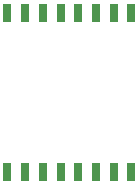
<source format=gbr>
G04 DipTrace 3.3.1.3*
G04 TopPaste.gbr*
%MOMM*%
G04 #@! TF.FileFunction,Paste,Top*
G04 #@! TF.Part,Single*
%ADD28R,0.7X1.55*%
%FSLAX35Y35*%
G04*
G71*
G90*
G75*
G01*
G04 TopPaste*
%LPD*%
D28*
X1508000Y4556000D3*
X1658000D3*
X1808000D3*
X1958000D3*
X2108000D3*
X2258000D3*
X2408000D3*
X2558000D3*
Y5906000D3*
X2408000D3*
X2258000D3*
X2108000D3*
X1958000D3*
X1808000D3*
X1658000D3*
X1508000D3*
M02*

</source>
